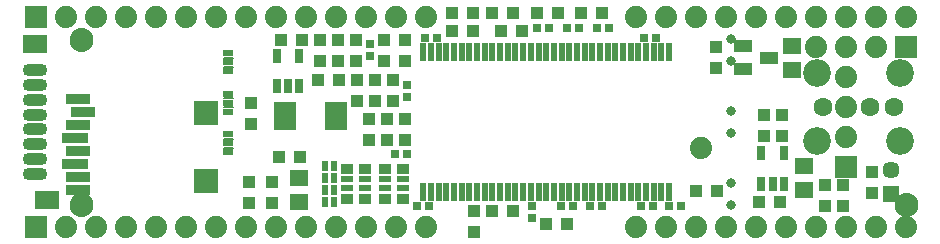
<source format=gbr>
G75*
G70*
%OFA0B0*%
%FSLAX24Y24*%
%IPPOS*%
%LPD*%
%AMOC8*
5,1,8,0,0,1.08239X$1,22.5*
%
%ADD10R,0.0440X0.0440*%
%ADD11R,0.0280X0.0270*%
%ADD12R,0.0270X0.0280*%
%ADD13R,0.0788X0.0355*%
%ADD14R,0.0867X0.0355*%
%ADD15R,0.0827X0.0827*%
%ADD16R,0.0788X0.0591*%
%ADD17R,0.0640X0.0540*%
%ADD18R,0.0240X0.0340*%
%ADD19R,0.0197X0.0591*%
%ADD20R,0.0740X0.0740*%
%ADD21C,0.0740*%
%ADD22O,0.0820X0.0430*%
%ADD23C,0.0316*%
%ADD24R,0.0257X0.0512*%
%ADD25R,0.0440X0.0340*%
%ADD26R,0.0440X0.0240*%
%ADD27R,0.0740X0.0940*%
%ADD28R,0.0591X0.0434*%
%ADD29R,0.0340X0.0240*%
%ADD30C,0.0060*%
%ADD31C,0.0926*%
%ADD32C,0.0631*%
%ADD33R,0.0571X0.0571*%
%ADD34C,0.0571*%
%ADD35C,0.0434*%
%ADD36C,0.0500*%
D10*
X013758Y010502D03*
X014508Y010502D03*
X014508Y011202D03*
X013758Y011202D03*
X014758Y012052D03*
X015458Y012052D03*
X013808Y013152D03*
X013808Y013852D03*
X016058Y014602D03*
X016758Y014602D03*
X017358Y014602D03*
X017958Y014602D03*
X018558Y014602D03*
X018558Y013902D03*
X017958Y013902D03*
X017358Y013902D03*
X017758Y013302D03*
X018358Y013302D03*
X018958Y013302D03*
X018958Y012602D03*
X018358Y012602D03*
X017758Y012602D03*
X021258Y010252D03*
X021858Y010252D03*
X022558Y010252D03*
X023658Y009802D03*
X024358Y009802D03*
X021258Y009552D03*
X028658Y010902D03*
X029358Y010902D03*
X030758Y010552D03*
X031458Y010552D03*
X032958Y010402D03*
X033558Y010402D03*
X034508Y010852D03*
X033558Y011102D03*
X032958Y011102D03*
X034508Y011552D03*
X031508Y012752D03*
X030908Y012752D03*
X030908Y013452D03*
X031508Y013452D03*
X029308Y015002D03*
X029308Y015702D03*
X025508Y016852D03*
X024808Y016852D03*
X024058Y016852D03*
X023358Y016852D03*
X022558Y016852D03*
X021858Y016852D03*
X021208Y016852D03*
X020508Y016852D03*
X020508Y016252D03*
X021208Y016252D03*
X022158Y016252D03*
X022858Y016252D03*
X018958Y015952D03*
X018258Y015952D03*
X018258Y015252D03*
X018958Y015252D03*
X017308Y015252D03*
X016708Y015252D03*
X016108Y015252D03*
X016108Y015952D03*
X016708Y015952D03*
X017308Y015952D03*
X015508Y015952D03*
X014808Y015952D03*
D11*
X019608Y016002D03*
X020008Y016002D03*
X023358Y016352D03*
X023758Y016352D03*
X024358Y016352D03*
X024758Y016352D03*
X025358Y016352D03*
X025758Y016352D03*
X026908Y016002D03*
X027308Y016002D03*
X019008Y012127D03*
X018608Y012127D03*
X019358Y010402D03*
X019758Y010402D03*
X024158Y010402D03*
X024558Y010402D03*
X025108Y010402D03*
X025508Y010402D03*
X026808Y010402D03*
X027208Y010402D03*
X027758Y010402D03*
X028158Y010402D03*
D12*
X023183Y010397D03*
X023183Y009997D03*
X019033Y014052D03*
X019033Y014452D03*
X017783Y015402D03*
X017783Y015802D03*
D13*
X008224Y013529D03*
X008067Y013096D03*
X008067Y013962D03*
X008067Y012229D03*
X008067Y011363D03*
X008067Y010930D03*
D14*
X007949Y011796D03*
X007949Y012663D03*
D15*
X012319Y013489D03*
X012319Y011245D03*
D16*
X007023Y010615D03*
X006630Y015792D03*
D17*
X015408Y011352D03*
X015408Y010552D03*
X031858Y014952D03*
X031858Y015752D03*
X032258Y011752D03*
X032258Y010952D03*
D18*
X016588Y010952D03*
X016288Y010952D03*
X016288Y010552D03*
X016588Y010552D03*
X016588Y011352D03*
X016288Y011352D03*
X016288Y011752D03*
X016588Y011752D03*
D19*
X019564Y010869D03*
X019820Y010869D03*
X020075Y010869D03*
X020331Y010869D03*
X020587Y010869D03*
X020843Y010869D03*
X021099Y010869D03*
X021355Y010869D03*
X021611Y010869D03*
X021867Y010869D03*
X022123Y010869D03*
X022379Y010869D03*
X022634Y010869D03*
X022890Y010869D03*
X023146Y010869D03*
X023402Y010869D03*
X023658Y010869D03*
X023914Y010869D03*
X024170Y010869D03*
X024426Y010869D03*
X024682Y010869D03*
X024938Y010869D03*
X025194Y010869D03*
X025449Y010869D03*
X025705Y010869D03*
X025961Y010869D03*
X026217Y010869D03*
X026473Y010869D03*
X026729Y010869D03*
X026985Y010869D03*
X027241Y010869D03*
X027497Y010869D03*
X027753Y010869D03*
X027753Y015535D03*
X027497Y015535D03*
X027241Y015535D03*
X026985Y015535D03*
X026729Y015535D03*
X026473Y015535D03*
X026217Y015535D03*
X025961Y015535D03*
X025705Y015535D03*
X025449Y015535D03*
X025194Y015535D03*
X024938Y015535D03*
X024682Y015535D03*
X024426Y015535D03*
X024170Y015535D03*
X023914Y015535D03*
X023658Y015535D03*
X023402Y015535D03*
X023146Y015535D03*
X022890Y015535D03*
X022634Y015535D03*
X022379Y015535D03*
X022123Y015535D03*
X021867Y015535D03*
X021611Y015535D03*
X021355Y015535D03*
X021099Y015535D03*
X020843Y015535D03*
X020587Y015535D03*
X020331Y015535D03*
X020075Y015535D03*
X019820Y015535D03*
X019564Y015535D03*
D20*
X006658Y009702D03*
X006658Y016702D03*
X033658Y011702D03*
X035658Y015702D03*
D21*
X034658Y015702D03*
X033658Y015702D03*
X032658Y015702D03*
X032658Y016702D03*
X033658Y016702D03*
X034658Y016702D03*
X035658Y016702D03*
X033658Y014702D03*
X033658Y013702D03*
X033658Y012702D03*
X028808Y012352D03*
X028658Y009702D03*
X027658Y009702D03*
X026658Y009702D03*
X029658Y009702D03*
X030658Y009702D03*
X031658Y009702D03*
X032658Y009702D03*
X033658Y009702D03*
X034658Y009702D03*
X035658Y009702D03*
X031658Y016702D03*
X030658Y016702D03*
X029658Y016702D03*
X028658Y016702D03*
X027658Y016702D03*
X026658Y016702D03*
X019658Y016702D03*
X018658Y016702D03*
X017658Y016702D03*
X016658Y016702D03*
X015658Y016702D03*
X014658Y016702D03*
X013658Y016702D03*
X012658Y016702D03*
X011658Y016702D03*
X010658Y016702D03*
X009658Y016702D03*
X008658Y016702D03*
X007658Y016702D03*
X007658Y009702D03*
X008658Y009702D03*
X009658Y009702D03*
X010658Y009702D03*
X011658Y009702D03*
X012658Y009702D03*
X013658Y009702D03*
X014658Y009702D03*
X015658Y009702D03*
X016658Y009702D03*
X017658Y009702D03*
X018658Y009702D03*
X019658Y009702D03*
D22*
X006608Y011479D03*
X006608Y011972D03*
X006608Y012464D03*
X006608Y012956D03*
X006608Y013448D03*
X006608Y013940D03*
X006608Y014432D03*
X006608Y014924D03*
D23*
X029808Y015248D03*
X029808Y015956D03*
X029808Y013556D03*
X029808Y012848D03*
X029808Y011156D03*
X029808Y010448D03*
D24*
X030834Y011140D03*
X031208Y011140D03*
X031582Y011140D03*
X031582Y012164D03*
X030834Y012164D03*
X015432Y014390D03*
X015058Y014390D03*
X014684Y014390D03*
X014684Y015414D03*
X015432Y015414D03*
D25*
X017008Y011652D03*
X017608Y011652D03*
X018288Y011652D03*
X018888Y011652D03*
X018888Y010652D03*
X018288Y010652D03*
X017608Y010652D03*
X017008Y010652D03*
D26*
X017008Y011002D03*
X017008Y011302D03*
X017608Y011302D03*
X017608Y011002D03*
X018288Y011002D03*
X018288Y011302D03*
X018888Y011302D03*
X018888Y011002D03*
D27*
X016665Y013402D03*
X014951Y013402D03*
D28*
X030225Y014978D03*
X031091Y015352D03*
X030225Y015726D03*
D29*
X013058Y015502D03*
X013058Y015202D03*
X013058Y014902D03*
X013058Y014152D03*
X013058Y013852D03*
X013058Y013552D03*
X013058Y012802D03*
X013058Y012502D03*
X013058Y012202D03*
D30*
X013208Y012352D02*
X012908Y012352D01*
X012908Y012652D02*
X013208Y012652D01*
X013208Y013702D02*
X012908Y013702D01*
X012908Y014002D02*
X013208Y014002D01*
X013208Y015052D02*
X012908Y015052D01*
X012908Y015352D02*
X013208Y015352D01*
D31*
X032679Y014832D03*
X035435Y014832D03*
X035435Y012588D03*
X032679Y012588D03*
D32*
X032876Y013710D03*
X033664Y013710D03*
X034451Y013710D03*
X035238Y013710D03*
D33*
X035158Y010808D03*
D34*
X035158Y011596D03*
D35*
X035658Y010452D03*
X008158Y010452D03*
X008158Y015952D03*
D36*
X008016Y015952D02*
X008018Y015976D01*
X008024Y015999D01*
X008034Y016021D01*
X008048Y016041D01*
X008064Y016059D01*
X008084Y016073D01*
X008105Y016084D01*
X008128Y016091D01*
X008152Y016094D01*
X008176Y016093D01*
X008200Y016088D01*
X008222Y016079D01*
X008242Y016066D01*
X008261Y016050D01*
X008276Y016032D01*
X008287Y016010D01*
X008295Y015988D01*
X008299Y015964D01*
X008299Y015940D01*
X008295Y015916D01*
X008287Y015894D01*
X008276Y015872D01*
X008261Y015854D01*
X008242Y015838D01*
X008222Y015825D01*
X008200Y015816D01*
X008176Y015811D01*
X008152Y015810D01*
X008128Y015813D01*
X008105Y015820D01*
X008084Y015831D01*
X008064Y015845D01*
X008048Y015863D01*
X008034Y015883D01*
X008024Y015905D01*
X008018Y015928D01*
X008016Y015952D01*
X008016Y010452D02*
X008018Y010476D01*
X008024Y010499D01*
X008034Y010521D01*
X008048Y010541D01*
X008064Y010559D01*
X008084Y010573D01*
X008105Y010584D01*
X008128Y010591D01*
X008152Y010594D01*
X008176Y010593D01*
X008200Y010588D01*
X008222Y010579D01*
X008242Y010566D01*
X008261Y010550D01*
X008276Y010532D01*
X008287Y010510D01*
X008295Y010488D01*
X008299Y010464D01*
X008299Y010440D01*
X008295Y010416D01*
X008287Y010394D01*
X008276Y010372D01*
X008261Y010354D01*
X008242Y010338D01*
X008222Y010325D01*
X008200Y010316D01*
X008176Y010311D01*
X008152Y010310D01*
X008128Y010313D01*
X008105Y010320D01*
X008084Y010331D01*
X008064Y010345D01*
X008048Y010363D01*
X008034Y010383D01*
X008024Y010405D01*
X008018Y010428D01*
X008016Y010452D01*
X035516Y010452D02*
X035518Y010476D01*
X035524Y010499D01*
X035534Y010521D01*
X035548Y010541D01*
X035564Y010559D01*
X035584Y010573D01*
X035605Y010584D01*
X035628Y010591D01*
X035652Y010594D01*
X035676Y010593D01*
X035700Y010588D01*
X035722Y010579D01*
X035742Y010566D01*
X035761Y010550D01*
X035776Y010532D01*
X035787Y010510D01*
X035795Y010488D01*
X035799Y010464D01*
X035799Y010440D01*
X035795Y010416D01*
X035787Y010394D01*
X035776Y010372D01*
X035761Y010354D01*
X035742Y010338D01*
X035722Y010325D01*
X035700Y010316D01*
X035676Y010311D01*
X035652Y010310D01*
X035628Y010313D01*
X035605Y010320D01*
X035584Y010331D01*
X035564Y010345D01*
X035548Y010363D01*
X035534Y010383D01*
X035524Y010405D01*
X035518Y010428D01*
X035516Y010452D01*
M02*

</source>
